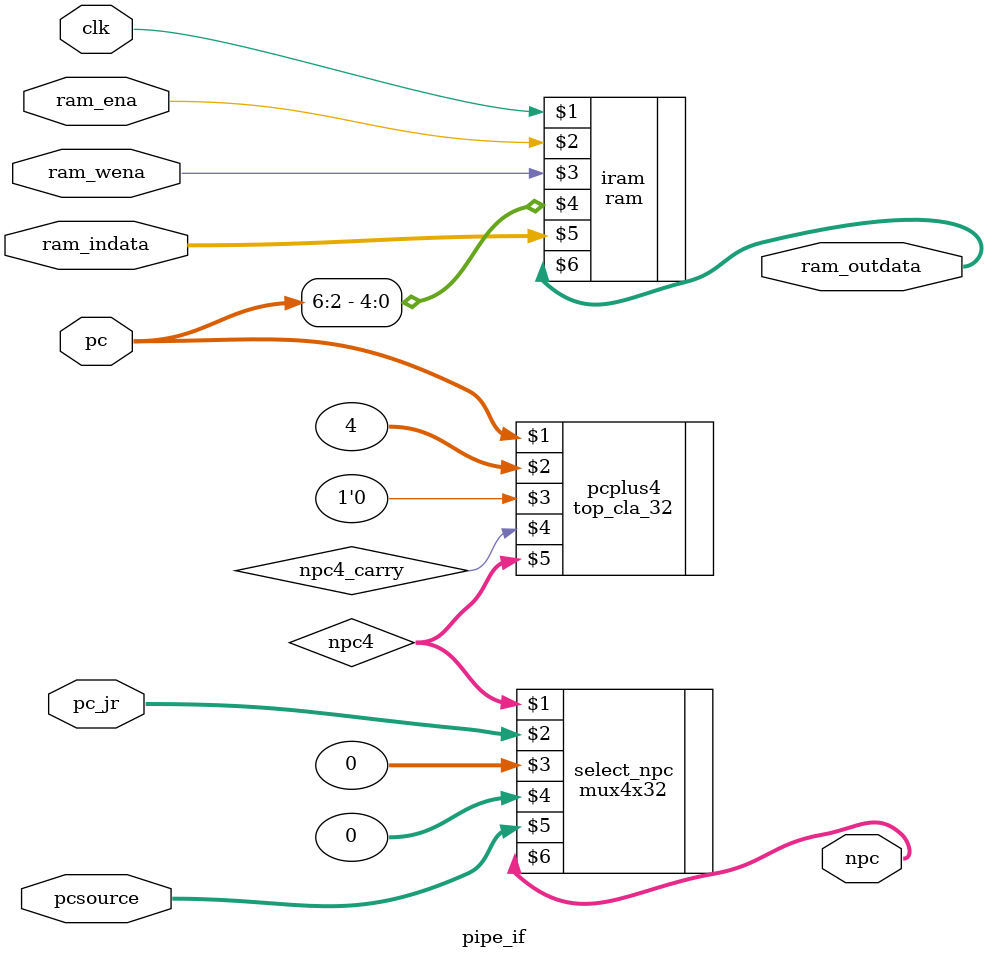
<source format=v>
`timescale 1ns / 1ps
module pipe_if(
		input clk,
		input [31:0] pc, //µ±Ç°pcÖµ
		//ram_ena, ram_wena, ram_indata¹©ÐÞ¸ÄÖ¸Áî¼Ä´æÆ÷Ê±Ê¹ÓÃ
		input ram_ena,
		input ram_wena,
		input [31:0] ram_indata,
		input [31:0] pc_jr,
		input [1:0] pcsource,
		output [31:0] ram_outdata, //Í¨¹ýpcÖµµÄÐÞ¸Ä´ÓÖ¸Áî´æ´¢Æ÷ÖÐÈ¡³öµ±Ç°Ö¸Áî
		output [31:0] npc //ÏÂÒ»¸öpcÖµ
    );

wire [31:0] npc4; //pc+4ºó²úÉúµÄÏÂÒ»¸öpcÖµ
wire npc4_carry;
ram #(32, 5) iram(clk, ram_ena, ram_wena, pc[6:2], ram_indata, ram_outdata);
top_cla_32 pcplus4(pc, 32'd4, 1'b0, npc4_carry, npc4);
mux4x32 select_npc(npc4, pc_jr, 32'b0, 32'b0, pcsource, npc);


endmodule

</source>
